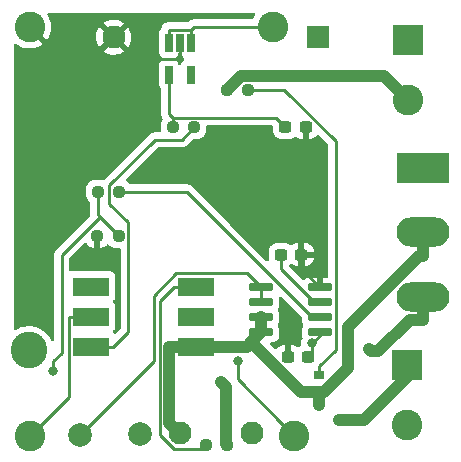
<source format=gbl>
G04 #@! TF.GenerationSoftware,KiCad,Pcbnew,6.0.5-a6ca702e91~116~ubuntu20.04.1*
G04 #@! TF.CreationDate,2022-06-20T16:09:36+05:30*
G04 #@! TF.ProjectId,BackEnd_HeavyDevice_v6,4261636b-456e-4645-9f48-656176794465,rev?*
G04 #@! TF.SameCoordinates,Original*
G04 #@! TF.FileFunction,Copper,L2,Bot*
G04 #@! TF.FilePolarity,Positive*
%FSLAX46Y46*%
G04 Gerber Fmt 4.6, Leading zero omitted, Abs format (unit mm)*
G04 Created by KiCad (PCBNEW 6.0.5-a6ca702e91~116~ubuntu20.04.1) date 2022-06-20 16:09:36*
%MOMM*%
%LPD*%
G01*
G04 APERTURE LIST*
G04 Aperture macros list*
%AMRoundRect*
0 Rectangle with rounded corners*
0 $1 Rounding radius*
0 $2 $3 $4 $5 $6 $7 $8 $9 X,Y pos of 4 corners*
0 Add a 4 corners polygon primitive as box body*
4,1,4,$2,$3,$4,$5,$6,$7,$8,$9,$2,$3,0*
0 Add four circle primitives for the rounded corners*
1,1,$1+$1,$2,$3*
1,1,$1+$1,$4,$5*
1,1,$1+$1,$6,$7*
1,1,$1+$1,$8,$9*
0 Add four rect primitives between the rounded corners*
20,1,$1+$1,$2,$3,$4,$5,0*
20,1,$1+$1,$4,$5,$6,$7,0*
20,1,$1+$1,$6,$7,$8,$9,0*
20,1,$1+$1,$8,$9,$2,$3,0*%
G04 Aperture macros list end*
G04 #@! TA.AperFunction,ComponentPad*
%ADD10R,4.500000X2.500000*%
G04 #@! TD*
G04 #@! TA.AperFunction,ComponentPad*
%ADD11O,4.500000X2.500000*%
G04 #@! TD*
G04 #@! TA.AperFunction,ComponentPad*
%ADD12C,1.950000*%
G04 #@! TD*
G04 #@! TA.AperFunction,ComponentPad*
%ADD13R,1.950000X1.950000*%
G04 #@! TD*
G04 #@! TA.AperFunction,ComponentPad*
%ADD14R,2.600000X2.600000*%
G04 #@! TD*
G04 #@! TA.AperFunction,ComponentPad*
%ADD15C,2.600000*%
G04 #@! TD*
G04 #@! TA.AperFunction,ComponentPad*
%ADD16C,3.100000*%
G04 #@! TD*
G04 #@! TA.AperFunction,SMDPad,CuDef*
%ADD17RoundRect,0.237500X0.300000X0.237500X-0.300000X0.237500X-0.300000X-0.237500X0.300000X-0.237500X0*%
G04 #@! TD*
G04 #@! TA.AperFunction,SMDPad,CuDef*
%ADD18R,0.900000X0.800000*%
G04 #@! TD*
G04 #@! TA.AperFunction,ComponentPad*
%ADD19C,2.000000*%
G04 #@! TD*
G04 #@! TA.AperFunction,SMDPad,CuDef*
%ADD20RoundRect,0.237500X0.250000X0.237500X-0.250000X0.237500X-0.250000X-0.237500X0.250000X-0.237500X0*%
G04 #@! TD*
G04 #@! TA.AperFunction,SMDPad,CuDef*
%ADD21R,0.650000X1.560000*%
G04 #@! TD*
G04 #@! TA.AperFunction,SMDPad,CuDef*
%ADD22R,3.100000X1.600000*%
G04 #@! TD*
G04 #@! TA.AperFunction,SMDPad,CuDef*
%ADD23RoundRect,0.237500X-0.250000X-0.237500X0.250000X-0.237500X0.250000X0.237500X-0.250000X0.237500X0*%
G04 #@! TD*
G04 #@! TA.AperFunction,SMDPad,CuDef*
%ADD24RoundRect,0.042000X-0.943000X-0.258000X0.943000X-0.258000X0.943000X0.258000X-0.943000X0.258000X0*%
G04 #@! TD*
G04 #@! TA.AperFunction,ViaPad*
%ADD25C,1.000000*%
G04 #@! TD*
G04 #@! TA.AperFunction,ViaPad*
%ADD26C,0.800000*%
G04 #@! TD*
G04 #@! TA.AperFunction,Conductor*
%ADD27C,1.000000*%
G04 #@! TD*
G04 #@! TA.AperFunction,Conductor*
%ADD28C,0.250000*%
G04 #@! TD*
G04 APERTURE END LIST*
D10*
X147925000Y-110750000D03*
D11*
X147925000Y-116200000D03*
X147925000Y-121650000D03*
D12*
X133383000Y-133195000D03*
X127287000Y-133195000D03*
X121699000Y-99667000D03*
D13*
X138971000Y-99667000D03*
D14*
X146497000Y-127460000D03*
D15*
X146497000Y-132460000D03*
D14*
X146576000Y-99860100D03*
D15*
X146576000Y-104940100D03*
D16*
X114554000Y-126187000D03*
D15*
X137000000Y-133400000D03*
X114600000Y-133400000D03*
X135200000Y-98800000D03*
X114600000Y-98800000D03*
D17*
X137962500Y-107300000D03*
X136237500Y-107300000D03*
D18*
X139100000Y-130770000D03*
X139100000Y-128230000D03*
D19*
X123940000Y-133300000D03*
X118860000Y-133310000D03*
D20*
X133112500Y-104100000D03*
X131287500Y-104100000D03*
X128512500Y-107300000D03*
X126687500Y-107300000D03*
X131312500Y-134200000D03*
X129487500Y-134200000D03*
D21*
X126357000Y-100124000D03*
X127307000Y-100124000D03*
X128257000Y-100124000D03*
X128257000Y-102824000D03*
X126357000Y-102824000D03*
D22*
X119776000Y-125862000D03*
X119776000Y-123322000D03*
X119776000Y-120782000D03*
X128666000Y-120782000D03*
X128666000Y-123322000D03*
X128666000Y-125862000D03*
D23*
X120287500Y-116500000D03*
X122112500Y-116500000D03*
X120342500Y-112751000D03*
X122167500Y-112751000D03*
D24*
X134200000Y-124645000D03*
X134200000Y-123375000D03*
X134200000Y-122105000D03*
X134200000Y-120835000D03*
X139150000Y-120835000D03*
X139150000Y-122105000D03*
X139150000Y-123375000D03*
X139150000Y-124645000D03*
D17*
X138162500Y-126700000D03*
X136437500Y-126700000D03*
X137588500Y-118074000D03*
X135863500Y-118074000D03*
D25*
X140800000Y-132100000D03*
X130800000Y-128900000D03*
D26*
X143300000Y-126100000D03*
X132200000Y-127100000D03*
X116600000Y-127900000D03*
X138494400Y-125584600D03*
X120400000Y-118200000D03*
X136700000Y-123900000D03*
X137700000Y-119600000D03*
D27*
X130800000Y-128900000D02*
X131200000Y-129300000D01*
X131200000Y-129300000D02*
X131200000Y-134087500D01*
X131200000Y-134087500D02*
X131312500Y-134200000D01*
X146759600Y-123600300D02*
X147925000Y-123600300D01*
X147925000Y-123600300D02*
X147925000Y-121650000D01*
X143300000Y-126100000D02*
X143444500Y-126244500D01*
X143444500Y-126244500D02*
X144115400Y-126244500D01*
X144115400Y-126244500D02*
X146759600Y-123600300D01*
X140800000Y-132100000D02*
X142869578Y-132100000D01*
X142869578Y-132100000D02*
X146497000Y-128472578D01*
X146497000Y-128472578D02*
X146497000Y-127460000D01*
D28*
X132200000Y-128600000D02*
X137000000Y-133400000D01*
X132200000Y-127100000D02*
X132200000Y-128600000D01*
X117296600Y-118107800D02*
X117296600Y-126396600D01*
X116600000Y-127900000D02*
X116600000Y-127093200D01*
X116600000Y-127093200D02*
X117296600Y-126396600D01*
X128257000Y-100124000D02*
X128257000Y-99131300D01*
X138494400Y-125584600D02*
X138494400Y-126368100D01*
X128257000Y-99131300D02*
X128257000Y-99018700D01*
X139150000Y-124929000D02*
X138494400Y-125584600D01*
X135200000Y-98800000D02*
X128475700Y-98800000D01*
X128475700Y-98800000D02*
X128257000Y-99018700D01*
X138494400Y-126368100D02*
X138162500Y-126700000D01*
X139150000Y-124645000D02*
X139150000Y-124929000D01*
X126357000Y-100124000D02*
X126357000Y-99018700D01*
X128257000Y-99018700D02*
X126357000Y-99018700D01*
X120287500Y-116500000D02*
X120287500Y-118087500D01*
X136437500Y-126700000D02*
X136437500Y-124162500D01*
X126961000Y-101500000D02*
X122800000Y-101500000D01*
X122800000Y-100768000D02*
X121699000Y-99667000D01*
X136437500Y-124162500D02*
X136700000Y-123900000D01*
X137915000Y-119600000D02*
X139150000Y-120835000D01*
X120287500Y-118087500D02*
X120400000Y-118200000D01*
X127307000Y-101154000D02*
X126961000Y-101500000D01*
X137700000Y-119600000D02*
X137915000Y-119600000D01*
X137700000Y-119600000D02*
X137700000Y-118185500D01*
X137700000Y-118185500D02*
X137588500Y-118074000D01*
X122800000Y-101500000D02*
X122800000Y-100768000D01*
X127307000Y-100124000D02*
X127307000Y-101154000D01*
X135433800Y-106496300D02*
X136237500Y-107300000D01*
X126357000Y-102824000D02*
X126357000Y-106165800D01*
X126687500Y-106496300D02*
X126687500Y-107300000D01*
X126357000Y-106165800D02*
X126687500Y-106496300D01*
X126687500Y-106496300D02*
X135433800Y-106496300D01*
D27*
X144546200Y-102910300D02*
X146576000Y-104940100D01*
X132477200Y-102910300D02*
X144546200Y-102910300D01*
X131287500Y-104100000D02*
X132477200Y-102910300D01*
D28*
X125084400Y-127085600D02*
X125084400Y-121536700D01*
X118860000Y-133310000D02*
X125084400Y-127085600D01*
X125084400Y-121536700D02*
X126964500Y-119656600D01*
X126964500Y-119656600D02*
X133021600Y-119656600D01*
X134200000Y-120835000D02*
X134200000Y-122105000D01*
X133021600Y-119656600D02*
X134200000Y-120835000D01*
X117900700Y-130099300D02*
X114600000Y-133400000D01*
X117900700Y-123322000D02*
X117900700Y-130099300D01*
X119776000Y-123322000D02*
X117900700Y-123322000D01*
D27*
X128666000Y-125862000D02*
X126415700Y-125862000D01*
X133358600Y-125486400D02*
X137541900Y-129669700D01*
X134200000Y-123375000D02*
X134200000Y-124645000D01*
X139100000Y-129669700D02*
X139512600Y-129669700D01*
X139512600Y-129669700D02*
X141506100Y-127676200D01*
X137541900Y-129669700D02*
X139100000Y-129669700D01*
X139100000Y-130770000D02*
X139100000Y-129669700D01*
X141506100Y-127676200D02*
X141506100Y-124230200D01*
X126415700Y-132323700D02*
X127287000Y-133195000D01*
X133358600Y-125486400D02*
X132983000Y-125862000D01*
X134200000Y-124645000D02*
X133358600Y-125486400D01*
X147586000Y-118150300D02*
X147925000Y-118150300D01*
X126415700Y-125862000D02*
X126415700Y-132323700D01*
X132983000Y-125862000D02*
X128666000Y-125862000D01*
X141506100Y-124230200D02*
X147586000Y-118150300D01*
X147925000Y-116200000D02*
X147925000Y-118150300D01*
D28*
X136129600Y-104100000D02*
X140490400Y-108460800D01*
X133112500Y-104100000D02*
X136129600Y-104100000D01*
X139100000Y-128230000D02*
X139100000Y-127504700D01*
X140490400Y-126114300D02*
X139100000Y-127504700D01*
X140490400Y-108460800D02*
X140490400Y-126114300D01*
X129173000Y-134514500D02*
X129487500Y-134200000D01*
X125590300Y-121982400D02*
X125590300Y-133340800D01*
X126790700Y-120782000D02*
X125590300Y-121982400D01*
X126764000Y-134514500D02*
X129173000Y-134514500D01*
X125590300Y-133340800D02*
X126764000Y-134514500D01*
X128666000Y-120782000D02*
X126790700Y-120782000D01*
X121342300Y-113750500D02*
X121342300Y-112206800D01*
X125191400Y-108357700D02*
X127454800Y-108357700D01*
X121651300Y-125862000D02*
X122927800Y-124585500D01*
X119776000Y-125862000D02*
X121651300Y-125862000D01*
X122927800Y-115336000D02*
X121342300Y-113750500D01*
X127454800Y-108357700D02*
X128512500Y-107300000D01*
X122927800Y-124585500D02*
X122927800Y-115336000D01*
X121342300Y-112206800D02*
X125191400Y-108357700D01*
X120508500Y-114895900D02*
X122112500Y-116500000D01*
X135477400Y-131877400D02*
X137000000Y-133400000D01*
X120342500Y-112751000D02*
X120342500Y-114730000D01*
X120508500Y-114895900D02*
X117296600Y-118107800D01*
X120342500Y-114730000D02*
X120508500Y-114895900D01*
X122167500Y-112751000D02*
X127886300Y-112751000D01*
X127886300Y-112751000D02*
X138510300Y-123375000D01*
X138510300Y-123375000D02*
X139150000Y-123375000D01*
X135863500Y-119276200D02*
X135863500Y-118074000D01*
X138692300Y-122105000D02*
X135863500Y-119276200D01*
X139150000Y-122105000D02*
X138692300Y-122105000D01*
G04 #@! TA.AperFunction,Conductor*
G36*
X135884695Y-121648568D02*
G01*
X135903316Y-121663921D01*
X137619595Y-123380200D01*
X137653621Y-123442512D01*
X137656500Y-123469295D01*
X137656500Y-123675772D01*
X137667364Y-123765547D01*
X137670344Y-123773075D01*
X137670345Y-123773077D01*
X137683960Y-123807463D01*
X137722887Y-123905783D01*
X137728079Y-123912623D01*
X137744169Y-123933821D01*
X137769422Y-124000174D01*
X137754794Y-124069647D01*
X137744169Y-124086179D01*
X137722887Y-124114217D01*
X137702101Y-124166717D01*
X137670754Y-124245892D01*
X137667364Y-124254453D01*
X137656500Y-124344228D01*
X137656500Y-124945772D01*
X137667364Y-125035547D01*
X137683582Y-125076510D01*
X137690061Y-125147209D01*
X137675551Y-125185889D01*
X137659873Y-125213044D01*
X137600858Y-125394672D01*
X137600168Y-125401233D01*
X137600168Y-125401235D01*
X137591217Y-125486400D01*
X137580896Y-125584600D01*
X137581586Y-125591165D01*
X137589881Y-125670088D01*
X137577109Y-125739926D01*
X137530874Y-125790402D01*
X137520634Y-125796739D01*
X137395969Y-125873884D01*
X137390797Y-125879065D01*
X137388727Y-125881139D01*
X137386962Y-125882105D01*
X137385059Y-125883613D01*
X137384801Y-125883287D01*
X137326446Y-125915219D01*
X137255625Y-125910218D01*
X137210530Y-125881292D01*
X137207869Y-125878636D01*
X137196460Y-125869625D01*
X137060937Y-125786088D01*
X137047759Y-125779944D01*
X136896234Y-125729685D01*
X136882868Y-125726819D01*
X136790230Y-125717328D01*
X136783815Y-125717000D01*
X136709615Y-125717000D01*
X136694376Y-125721475D01*
X136693171Y-125722865D01*
X136691500Y-125730548D01*
X136691500Y-126828000D01*
X136671498Y-126896121D01*
X136617842Y-126942614D01*
X136565500Y-126954000D01*
X136309500Y-126954000D01*
X136241379Y-126933998D01*
X136194886Y-126880342D01*
X136183500Y-126828000D01*
X136183500Y-125735115D01*
X136179025Y-125719876D01*
X136177635Y-125718671D01*
X136169952Y-125717000D01*
X136091234Y-125717000D01*
X136084718Y-125717337D01*
X135990868Y-125727075D01*
X135977472Y-125729968D01*
X135826047Y-125780488D01*
X135812885Y-125786653D01*
X135677508Y-125870426D01*
X135666110Y-125879460D01*
X135553637Y-125992129D01*
X135544626Y-126003539D01*
X135535732Y-126017967D01*
X135482959Y-126065459D01*
X135412887Y-126076881D01*
X135347764Y-126048607D01*
X135339378Y-126040944D01*
X134967029Y-125668595D01*
X134933003Y-125606283D01*
X134938068Y-125535468D01*
X134980615Y-125478632D01*
X135047135Y-125453821D01*
X135056124Y-125453500D01*
X135185772Y-125453500D01*
X135275547Y-125442636D01*
X135283075Y-125439656D01*
X135283077Y-125439655D01*
X135352168Y-125412300D01*
X135415783Y-125387113D01*
X135535922Y-125295922D01*
X135627113Y-125175783D01*
X135655273Y-125104659D01*
X135679655Y-125043077D01*
X135679656Y-125043074D01*
X135682636Y-125035547D01*
X135693500Y-124945772D01*
X135693500Y-124344228D01*
X135682636Y-124254453D01*
X135679247Y-124245892D01*
X135647899Y-124166717D01*
X135627113Y-124114217D01*
X135605831Y-124086179D01*
X135580578Y-124019826D01*
X135595206Y-123950353D01*
X135605831Y-123933821D01*
X135621921Y-123912623D01*
X135627113Y-123905783D01*
X135666040Y-123807463D01*
X135679655Y-123773077D01*
X135679656Y-123773075D01*
X135682636Y-123765547D01*
X135693500Y-123675772D01*
X135693500Y-123074228D01*
X135682636Y-122984453D01*
X135671306Y-122955835D01*
X135645622Y-122890965D01*
X135627113Y-122844217D01*
X135605831Y-122816179D01*
X135580578Y-122749826D01*
X135595206Y-122680353D01*
X135605831Y-122663821D01*
X135621921Y-122642623D01*
X135627113Y-122635783D01*
X135682636Y-122495547D01*
X135693500Y-122405772D01*
X135693500Y-121804228D01*
X135693045Y-121800463D01*
X135692404Y-121795170D01*
X135689134Y-121768153D01*
X135700806Y-121698124D01*
X135748487Y-121645522D01*
X135817038Y-121627047D01*
X135884695Y-121648568D01*
G37*
G04 #@! TD.AperFunction*
G04 #@! TA.AperFunction,Conductor*
G36*
X125769638Y-97606118D02*
G01*
X133577151Y-97619579D01*
X133645237Y-97639699D01*
X133691638Y-97693434D01*
X133701620Y-97763726D01*
X133684654Y-97810943D01*
X133584096Y-97976656D01*
X133582287Y-97980970D01*
X133582285Y-97980974D01*
X133536892Y-98089225D01*
X133492103Y-98144312D01*
X133420695Y-98166500D01*
X128554468Y-98166500D01*
X128543285Y-98165973D01*
X128535792Y-98164298D01*
X128527866Y-98164547D01*
X128527865Y-98164547D01*
X128467702Y-98166438D01*
X128463744Y-98166500D01*
X128435844Y-98166500D01*
X128431854Y-98167004D01*
X128420020Y-98167936D01*
X128375811Y-98169326D01*
X128368195Y-98171539D01*
X128368193Y-98171539D01*
X128356352Y-98174979D01*
X128336993Y-98178988D01*
X128335683Y-98179154D01*
X128316903Y-98181526D01*
X128309537Y-98184442D01*
X128309531Y-98184444D01*
X128275798Y-98197800D01*
X128264568Y-98201645D01*
X128256397Y-98204019D01*
X128222107Y-98213981D01*
X128215284Y-98218016D01*
X128204666Y-98224295D01*
X128186913Y-98232992D01*
X128179268Y-98236019D01*
X128168083Y-98240448D01*
X128161668Y-98245109D01*
X128132312Y-98266437D01*
X128122395Y-98272951D01*
X128084338Y-98295458D01*
X128070014Y-98309782D01*
X128054987Y-98322617D01*
X128038593Y-98334528D01*
X128033541Y-98340635D01*
X128027758Y-98346065D01*
X128026597Y-98344829D01*
X127975637Y-98379252D01*
X127937382Y-98385200D01*
X126428793Y-98385200D01*
X126405184Y-98382968D01*
X126404881Y-98382910D01*
X126404877Y-98382910D01*
X126397094Y-98381425D01*
X126341049Y-98384951D01*
X126333138Y-98385200D01*
X126317144Y-98385200D01*
X126301270Y-98387206D01*
X126293410Y-98387948D01*
X126265951Y-98389676D01*
X126245263Y-98390977D01*
X126245262Y-98390977D01*
X126237350Y-98391475D01*
X126229809Y-98393925D01*
X126229513Y-98394021D01*
X126206369Y-98399194D01*
X126206065Y-98399232D01*
X126206060Y-98399233D01*
X126198203Y-98400226D01*
X126190838Y-98403142D01*
X126190834Y-98403143D01*
X126145989Y-98420899D01*
X126138570Y-98423571D01*
X126085125Y-98440936D01*
X126078429Y-98445186D01*
X126078428Y-98445186D01*
X126078169Y-98445350D01*
X126057042Y-98456115D01*
X126056754Y-98456229D01*
X126056749Y-98456232D01*
X126049383Y-98459148D01*
X126042975Y-98463804D01*
X126042969Y-98463807D01*
X126003948Y-98492158D01*
X125997411Y-98496601D01*
X125949982Y-98526700D01*
X125944556Y-98532478D01*
X125944555Y-98532479D01*
X125944341Y-98532707D01*
X125926554Y-98548388D01*
X125926309Y-98548566D01*
X125926307Y-98548568D01*
X125919893Y-98553228D01*
X125914839Y-98559337D01*
X125914838Y-98559338D01*
X125884097Y-98596496D01*
X125878866Y-98602430D01*
X125845842Y-98637598D01*
X125845840Y-98637601D01*
X125840414Y-98643379D01*
X125836445Y-98650599D01*
X125823119Y-98670206D01*
X125822920Y-98670446D01*
X125822916Y-98670453D01*
X125817867Y-98676556D01*
X125814493Y-98683727D01*
X125793953Y-98727376D01*
X125790371Y-98734408D01*
X125763305Y-98783640D01*
X125761335Y-98791315D01*
X125761332Y-98791321D01*
X125761256Y-98791619D01*
X125753224Y-98813928D01*
X125753094Y-98814203D01*
X125753091Y-98814211D01*
X125749717Y-98821382D01*
X125748231Y-98829174D01*
X125739195Y-98876543D01*
X125737471Y-98884258D01*
X125734735Y-98894915D01*
X125734193Y-98897026D01*
X125697878Y-98958032D01*
X125687721Y-98966513D01*
X125668739Y-98980739D01*
X125581385Y-99097295D01*
X125530255Y-99233684D01*
X125523500Y-99295866D01*
X125523500Y-100952134D01*
X125530255Y-101014316D01*
X125581385Y-101150705D01*
X125668739Y-101267261D01*
X125785295Y-101354615D01*
X125793703Y-101357767D01*
X125801575Y-101362077D01*
X125800272Y-101364457D01*
X125845804Y-101398664D01*
X125870501Y-101465227D01*
X125855291Y-101534575D01*
X125805003Y-101584691D01*
X125797903Y-101587933D01*
X125793701Y-101590234D01*
X125785295Y-101593385D01*
X125668739Y-101680739D01*
X125581385Y-101797295D01*
X125530255Y-101933684D01*
X125523500Y-101995866D01*
X125523500Y-103652134D01*
X125530255Y-103714316D01*
X125581385Y-103850705D01*
X125668739Y-103967261D01*
X125675919Y-103972642D01*
X125682269Y-103978992D01*
X125680634Y-103980627D01*
X125715579Y-104027359D01*
X125723500Y-104071329D01*
X125723500Y-106087033D01*
X125722973Y-106098216D01*
X125721298Y-106105709D01*
X125721547Y-106113635D01*
X125721547Y-106113636D01*
X125723438Y-106173786D01*
X125723500Y-106177745D01*
X125723500Y-106205656D01*
X125723997Y-106209590D01*
X125723997Y-106209591D01*
X125724005Y-106209656D01*
X125724938Y-106221493D01*
X125726327Y-106265689D01*
X125731978Y-106285139D01*
X125735987Y-106304500D01*
X125738526Y-106324597D01*
X125741445Y-106331968D01*
X125741445Y-106331970D01*
X125754804Y-106365712D01*
X125758649Y-106376942D01*
X125766595Y-106404292D01*
X125770982Y-106419393D01*
X125775015Y-106426212D01*
X125775017Y-106426217D01*
X125781293Y-106436828D01*
X125789988Y-106454576D01*
X125797448Y-106473417D01*
X125802109Y-106479833D01*
X125802111Y-106479836D01*
X125816420Y-106499530D01*
X125840278Y-106566398D01*
X125821744Y-106639707D01*
X125770215Y-106723303D01*
X125756791Y-106745080D01*
X125702026Y-106910191D01*
X125691500Y-107012928D01*
X125691500Y-107587072D01*
X125691837Y-107590322D01*
X125691908Y-107591687D01*
X125675454Y-107660750D01*
X125624273Y-107709955D01*
X125566076Y-107724200D01*
X125270163Y-107724200D01*
X125258979Y-107723673D01*
X125251491Y-107721999D01*
X125243568Y-107722248D01*
X125183433Y-107724138D01*
X125179475Y-107724200D01*
X125151544Y-107724200D01*
X125147629Y-107724695D01*
X125147625Y-107724695D01*
X125147567Y-107724703D01*
X125147538Y-107724706D01*
X125135696Y-107725639D01*
X125091510Y-107727027D01*
X125074144Y-107732072D01*
X125072058Y-107732678D01*
X125052706Y-107736686D01*
X125040468Y-107738232D01*
X125040466Y-107738233D01*
X125032603Y-107739226D01*
X124991486Y-107755506D01*
X124980285Y-107759341D01*
X124937806Y-107771682D01*
X124930987Y-107775715D01*
X124930982Y-107775717D01*
X124920371Y-107781993D01*
X124902621Y-107790690D01*
X124883783Y-107798148D01*
X124877367Y-107802809D01*
X124877366Y-107802810D01*
X124848025Y-107824128D01*
X124838101Y-107830647D01*
X124806860Y-107849122D01*
X124806855Y-107849126D01*
X124800037Y-107853158D01*
X124785713Y-107867482D01*
X124770681Y-107880321D01*
X124754293Y-107892228D01*
X124726112Y-107926293D01*
X124718122Y-107935073D01*
X120950047Y-111703148D01*
X120941761Y-111710688D01*
X120935282Y-111714800D01*
X120899881Y-111752499D01*
X120838670Y-111788464D01*
X120768362Y-111785838D01*
X120751345Y-111780193D01*
X120751337Y-111780191D01*
X120744809Y-111778026D01*
X120642072Y-111767500D01*
X120042928Y-111767500D01*
X120039682Y-111767837D01*
X120039678Y-111767837D01*
X119945765Y-111777581D01*
X119945761Y-111777582D01*
X119938907Y-111778293D01*
X119932371Y-111780474D01*
X119932369Y-111780474D01*
X119799605Y-111824768D01*
X119773893Y-111833346D01*
X119625969Y-111924884D01*
X119620796Y-111930066D01*
X119508242Y-112042816D01*
X119508238Y-112042821D01*
X119503071Y-112047997D01*
X119499231Y-112054227D01*
X119499230Y-112054228D01*
X119419345Y-112183826D01*
X119411791Y-112196080D01*
X119357026Y-112361191D01*
X119356326Y-112368027D01*
X119356325Y-112368030D01*
X119351049Y-112419526D01*
X119346500Y-112463928D01*
X119346500Y-113038072D01*
X119357293Y-113142093D01*
X119412346Y-113307107D01*
X119503884Y-113455031D01*
X119626997Y-113577929D01*
X119633224Y-113581767D01*
X119633226Y-113581769D01*
X119649116Y-113591564D01*
X119696609Y-113644336D01*
X119709000Y-113698824D01*
X119709000Y-114651206D01*
X119708467Y-114662543D01*
X119706780Y-114670100D01*
X119707031Y-114678017D01*
X119707031Y-114678019D01*
X119708937Y-114738068D01*
X119709000Y-114742065D01*
X119709000Y-114747305D01*
X119688998Y-114815426D01*
X119672095Y-114836400D01*
X116904347Y-117604148D01*
X116896061Y-117611688D01*
X116889582Y-117615800D01*
X116884157Y-117621577D01*
X116842957Y-117665451D01*
X116840202Y-117668293D01*
X116820465Y-117688030D01*
X116817985Y-117691227D01*
X116810282Y-117700247D01*
X116780014Y-117732479D01*
X116776195Y-117739425D01*
X116776193Y-117739428D01*
X116770252Y-117750234D01*
X116759401Y-117766753D01*
X116746986Y-117782759D01*
X116743841Y-117790028D01*
X116743838Y-117790032D01*
X116729426Y-117823337D01*
X116724209Y-117833987D01*
X116702905Y-117872740D01*
X116700934Y-117880415D01*
X116700934Y-117880416D01*
X116697867Y-117892362D01*
X116691463Y-117911066D01*
X116683419Y-117929655D01*
X116682180Y-117937478D01*
X116682177Y-117937488D01*
X116676501Y-117973324D01*
X116674095Y-117984944D01*
X116663100Y-118027770D01*
X116663100Y-118048024D01*
X116661549Y-118067734D01*
X116658380Y-118087743D01*
X116659126Y-118095635D01*
X116662541Y-118131761D01*
X116663100Y-118143619D01*
X116663100Y-125266220D01*
X116643098Y-125334341D01*
X116589442Y-125380834D01*
X116519168Y-125390938D01*
X116454588Y-125361444D01*
X116425134Y-125324010D01*
X116320847Y-125121957D01*
X116320847Y-125121956D01*
X116318882Y-125118150D01*
X116309401Y-125104659D01*
X116208309Y-124960821D01*
X116157493Y-124888517D01*
X116038971Y-124760972D01*
X115969354Y-124686055D01*
X115969351Y-124686052D01*
X115966433Y-124682912D01*
X115749237Y-124505139D01*
X115509923Y-124358487D01*
X115487348Y-124348577D01*
X115256853Y-124247397D01*
X115252921Y-124245671D01*
X115233519Y-124240144D01*
X115010445Y-124176600D01*
X114982986Y-124168778D01*
X114777217Y-124139493D01*
X114709365Y-124129836D01*
X114709363Y-124129836D01*
X114705113Y-124129231D01*
X114700824Y-124129209D01*
X114700817Y-124129208D01*
X114428730Y-124127783D01*
X114428723Y-124127783D01*
X114424444Y-124127761D01*
X114420199Y-124128320D01*
X114420197Y-124128320D01*
X114356813Y-124136665D01*
X114146172Y-124164397D01*
X113875446Y-124238459D01*
X113617277Y-124348577D01*
X113558414Y-124383806D01*
X113470290Y-124436547D01*
X113401566Y-124454367D01*
X113334118Y-124432203D01*
X113289360Y-124377092D01*
X113279584Y-124328476D01*
X113271533Y-101978867D01*
X113271138Y-100883624D01*
X120847621Y-100883624D01*
X120851988Y-100889774D01*
X121051563Y-101006397D01*
X121060846Y-101010844D01*
X121279007Y-101094152D01*
X121288905Y-101097028D01*
X121517744Y-101143585D01*
X121527972Y-101144804D01*
X121761340Y-101153362D01*
X121771626Y-101152895D01*
X122003262Y-101123222D01*
X122013340Y-101121080D01*
X122237014Y-101053974D01*
X122246612Y-101050212D01*
X122456324Y-100947476D01*
X122465169Y-100942203D01*
X122537869Y-100890347D01*
X122546270Y-100879646D01*
X122539283Y-100866493D01*
X121711812Y-100039022D01*
X121697868Y-100031408D01*
X121696035Y-100031539D01*
X121689420Y-100035790D01*
X120854881Y-100870329D01*
X120847621Y-100883624D01*
X113271138Y-100883624D01*
X113270934Y-100316206D01*
X113290912Y-100248078D01*
X113344550Y-100201566D01*
X113414821Y-100191437D01*
X113471439Y-100214549D01*
X113635452Y-100334809D01*
X113643351Y-100339745D01*
X113872905Y-100460519D01*
X113881454Y-100464236D01*
X114126327Y-100549749D01*
X114135336Y-100552163D01*
X114390166Y-100600544D01*
X114399423Y-100601598D01*
X114658607Y-100611783D01*
X114667921Y-100611457D01*
X114925753Y-100583220D01*
X114934930Y-100581519D01*
X115185758Y-100515481D01*
X115194574Y-100512445D01*
X115432880Y-100410062D01*
X115441167Y-100405748D01*
X115661718Y-100269266D01*
X115669268Y-100263780D01*
X115674559Y-100259301D01*
X115682997Y-100246497D01*
X115676935Y-100236145D01*
X114329885Y-98889095D01*
X114295859Y-98826783D01*
X114300924Y-98755968D01*
X114329885Y-98710905D01*
X114510905Y-98529885D01*
X114573217Y-98495859D01*
X114644032Y-98500924D01*
X114689095Y-98529885D01*
X116036094Y-99876884D01*
X116048474Y-99883644D01*
X116056815Y-99877400D01*
X116190832Y-99669048D01*
X116195275Y-99660864D01*
X116206566Y-99635799D01*
X120211658Y-99635799D01*
X120225102Y-99868942D01*
X120226535Y-99879144D01*
X120277873Y-100106949D01*
X120280956Y-100116789D01*
X120368814Y-100333156D01*
X120373457Y-100342347D01*
X120474555Y-100507325D01*
X120485011Y-100516785D01*
X120493789Y-100513001D01*
X121326978Y-99679812D01*
X121333356Y-99668132D01*
X122063408Y-99668132D01*
X122063539Y-99669965D01*
X122067790Y-99676580D01*
X122899045Y-100507835D01*
X122911055Y-100514394D01*
X122922794Y-100505426D01*
X122971518Y-100437619D01*
X122976829Y-100428780D01*
X123080291Y-100219442D01*
X123084089Y-100209849D01*
X123151974Y-99986413D01*
X123154151Y-99976343D01*
X123184869Y-99743015D01*
X123185388Y-99736340D01*
X123187001Y-99670364D01*
X123186807Y-99663647D01*
X123167525Y-99429108D01*
X123165842Y-99418946D01*
X123108952Y-99192453D01*
X123105634Y-99182706D01*
X123012513Y-98968542D01*
X123007646Y-98959467D01*
X122922465Y-98827796D01*
X122911779Y-98818593D01*
X122902214Y-98822996D01*
X122071022Y-99654188D01*
X122063408Y-99668132D01*
X121333356Y-99668132D01*
X121334592Y-99665868D01*
X121334461Y-99664035D01*
X121330210Y-99657420D01*
X120498892Y-98826102D01*
X120487356Y-98819802D01*
X120475073Y-98829426D01*
X120408036Y-98927698D01*
X120402943Y-98936662D01*
X120304619Y-99148483D01*
X120301062Y-99158151D01*
X120238657Y-99383178D01*
X120236726Y-99393298D01*
X120211910Y-99625510D01*
X120211658Y-99635799D01*
X116206566Y-99635799D01*
X116301807Y-99424370D01*
X116304997Y-99415605D01*
X116375402Y-99165972D01*
X116377262Y-99156830D01*
X116410187Y-98898019D01*
X116410668Y-98891733D01*
X116412987Y-98803160D01*
X116412836Y-98796851D01*
X116393501Y-98536663D01*
X116392125Y-98527457D01*
X116375535Y-98454142D01*
X120850938Y-98454142D01*
X120857684Y-98466474D01*
X121686188Y-99294978D01*
X121700132Y-99302592D01*
X121701965Y-99302461D01*
X121708580Y-99298210D01*
X122541391Y-98465399D01*
X122548412Y-98452543D01*
X122540639Y-98441875D01*
X122526548Y-98430746D01*
X122517970Y-98425047D01*
X122313526Y-98312189D01*
X122304126Y-98307964D01*
X122083993Y-98230011D01*
X122074036Y-98227381D01*
X121844129Y-98186427D01*
X121833878Y-98185458D01*
X121600367Y-98182605D01*
X121590083Y-98183325D01*
X121359253Y-98218647D01*
X121349225Y-98221036D01*
X121127263Y-98293584D01*
X121117753Y-98297581D01*
X120910624Y-98405405D01*
X120901904Y-98410897D01*
X120859391Y-98442817D01*
X120850938Y-98454142D01*
X116375535Y-98454142D01*
X116334878Y-98274467D01*
X116332154Y-98265556D01*
X116238143Y-98023806D01*
X116234132Y-98015397D01*
X116105424Y-97790204D01*
X116102646Y-97786086D01*
X116081138Y-97718426D01*
X116099624Y-97649878D01*
X116152235Y-97602207D01*
X116207323Y-97589631D01*
X125769638Y-97606118D01*
G37*
G04 #@! TD.AperFunction*
G04 #@! TA.AperFunction,Conductor*
G36*
X120483621Y-116266002D02*
G01*
X120530114Y-116319658D01*
X120541500Y-116372000D01*
X120541500Y-117464885D01*
X120545975Y-117480124D01*
X120547365Y-117481329D01*
X120555048Y-117483000D01*
X120583766Y-117483000D01*
X120590282Y-117482663D01*
X120684132Y-117472925D01*
X120697528Y-117470032D01*
X120848953Y-117419512D01*
X120862115Y-117413347D01*
X120997492Y-117329574D01*
X121008890Y-117320540D01*
X121110393Y-117218860D01*
X121172676Y-117184781D01*
X121243496Y-117189784D01*
X121288583Y-117218704D01*
X121396997Y-117326929D01*
X121403227Y-117330769D01*
X121403228Y-117330770D01*
X121478597Y-117377228D01*
X121545080Y-117418209D01*
X121710191Y-117472974D01*
X121717027Y-117473674D01*
X121717030Y-117473675D01*
X121764370Y-117478525D01*
X121812928Y-117483500D01*
X122168300Y-117483500D01*
X122236421Y-117503502D01*
X122282914Y-117557158D01*
X122294300Y-117609500D01*
X122294300Y-124270905D01*
X122274298Y-124339026D01*
X122257395Y-124360001D01*
X121890296Y-124727099D01*
X121827984Y-124761124D01*
X121757168Y-124756059D01*
X121700376Y-124713569D01*
X121694644Y-124705921D01*
X121694642Y-124705919D01*
X121689261Y-124698739D01*
X121681372Y-124692826D01*
X121680845Y-124692122D01*
X121675731Y-124687008D01*
X121676469Y-124686270D01*
X121638857Y-124635969D01*
X121633830Y-124565151D01*
X121667888Y-124502857D01*
X121681367Y-124491177D01*
X121689261Y-124485261D01*
X121776615Y-124368705D01*
X121827745Y-124232316D01*
X121834500Y-124170134D01*
X121834500Y-122473866D01*
X121827745Y-122411684D01*
X121776615Y-122275295D01*
X121689261Y-122158739D01*
X121681372Y-122152826D01*
X121680845Y-122152122D01*
X121675731Y-122147008D01*
X121676469Y-122146270D01*
X121638857Y-122095969D01*
X121633830Y-122025151D01*
X121667888Y-121962857D01*
X121681367Y-121951177D01*
X121689261Y-121945261D01*
X121776615Y-121828705D01*
X121827745Y-121692316D01*
X121834500Y-121630134D01*
X121834500Y-119933866D01*
X121827745Y-119871684D01*
X121776615Y-119735295D01*
X121689261Y-119618739D01*
X121572705Y-119531385D01*
X121436316Y-119480255D01*
X121374134Y-119473500D01*
X118177866Y-119473500D01*
X118115684Y-119480255D01*
X118100330Y-119486011D01*
X118029523Y-119491194D01*
X117967154Y-119457273D01*
X117933024Y-119395018D01*
X117930100Y-119368029D01*
X117930100Y-118422394D01*
X117950102Y-118354273D01*
X117967005Y-118333299D01*
X119201946Y-117098358D01*
X119264258Y-117064332D01*
X119335073Y-117069397D01*
X119391909Y-117111944D01*
X119398186Y-117121151D01*
X119445427Y-117197493D01*
X119454460Y-117208890D01*
X119567129Y-117321363D01*
X119578540Y-117330375D01*
X119714063Y-117413912D01*
X119727241Y-117420056D01*
X119878766Y-117470315D01*
X119892132Y-117473181D01*
X119984770Y-117482672D01*
X119991185Y-117483000D01*
X120015385Y-117483000D01*
X120030624Y-117478525D01*
X120031829Y-117477135D01*
X120033500Y-117469452D01*
X120033500Y-116372000D01*
X120053502Y-116303879D01*
X120107158Y-116257386D01*
X120159500Y-116246000D01*
X120415500Y-116246000D01*
X120483621Y-116266002D01*
G37*
G04 #@! TD.AperFunction*
G04 #@! TA.AperFunction,Conductor*
G36*
X138158621Y-107066002D02*
G01*
X138205114Y-107119658D01*
X138216500Y-107172000D01*
X138216500Y-108264885D01*
X138220975Y-108280124D01*
X138222365Y-108281329D01*
X138230048Y-108283000D01*
X138308766Y-108283000D01*
X138315282Y-108282663D01*
X138409132Y-108272925D01*
X138422528Y-108270032D01*
X138573953Y-108219512D01*
X138587115Y-108213347D01*
X138722492Y-108129574D01*
X138733890Y-108120540D01*
X138846363Y-108007871D01*
X138855377Y-107996457D01*
X138876519Y-107962158D01*
X138929290Y-107914664D01*
X138999362Y-107903240D01*
X139064486Y-107931513D01*
X139072874Y-107939178D01*
X139819995Y-108686299D01*
X139854021Y-108748611D01*
X139856900Y-108775394D01*
X139856900Y-119901000D01*
X139836898Y-119969121D01*
X139783242Y-120015614D01*
X139730900Y-120027000D01*
X139422115Y-120027000D01*
X139406876Y-120031475D01*
X139405671Y-120032865D01*
X139404000Y-120040548D01*
X139404000Y-120963000D01*
X139383998Y-121031121D01*
X139330342Y-121077614D01*
X139278000Y-121089000D01*
X139022000Y-121089000D01*
X138953879Y-121068998D01*
X138907386Y-121015342D01*
X138896000Y-120963000D01*
X138896000Y-120045115D01*
X138891525Y-120029876D01*
X138890135Y-120028671D01*
X138882452Y-120027000D01*
X138168057Y-120027000D01*
X138160502Y-120027456D01*
X138082612Y-120036881D01*
X138067047Y-120040834D01*
X137942451Y-120090165D01*
X137927624Y-120098520D01*
X137818537Y-120181323D01*
X137752183Y-120206577D01*
X137682710Y-120191949D01*
X137653261Y-120170056D01*
X136590141Y-119106936D01*
X136556115Y-119044624D01*
X136561180Y-118973809D01*
X136603727Y-118916973D01*
X136612931Y-118910698D01*
X136616788Y-118908311D01*
X136630031Y-118900116D01*
X136637274Y-118892861D01*
X136639038Y-118891895D01*
X136640941Y-118890387D01*
X136641199Y-118890713D01*
X136699554Y-118858781D01*
X136770375Y-118863782D01*
X136815470Y-118892708D01*
X136818131Y-118895364D01*
X136829540Y-118904375D01*
X136965063Y-118987912D01*
X136978241Y-118994056D01*
X137129766Y-119044315D01*
X137143132Y-119047181D01*
X137235770Y-119056672D01*
X137242185Y-119057000D01*
X137316385Y-119057000D01*
X137331624Y-119052525D01*
X137332829Y-119051135D01*
X137334500Y-119043452D01*
X137334500Y-119038885D01*
X137842500Y-119038885D01*
X137846975Y-119054124D01*
X137848365Y-119055329D01*
X137856048Y-119057000D01*
X137934766Y-119057000D01*
X137941282Y-119056663D01*
X138035132Y-119046925D01*
X138048528Y-119044032D01*
X138199953Y-118993512D01*
X138213115Y-118987347D01*
X138348492Y-118903574D01*
X138359890Y-118894540D01*
X138472363Y-118781871D01*
X138481375Y-118770460D01*
X138564912Y-118634937D01*
X138571056Y-118621759D01*
X138621315Y-118470234D01*
X138624181Y-118456868D01*
X138633672Y-118364230D01*
X138634000Y-118357815D01*
X138634000Y-118346115D01*
X138629525Y-118330876D01*
X138628135Y-118329671D01*
X138620452Y-118328000D01*
X137860615Y-118328000D01*
X137845376Y-118332475D01*
X137844171Y-118333865D01*
X137842500Y-118341548D01*
X137842500Y-119038885D01*
X137334500Y-119038885D01*
X137334500Y-117801885D01*
X137842500Y-117801885D01*
X137846975Y-117817124D01*
X137848365Y-117818329D01*
X137856048Y-117820000D01*
X138615885Y-117820000D01*
X138631124Y-117815525D01*
X138632329Y-117814135D01*
X138634000Y-117806452D01*
X138634000Y-117790234D01*
X138633663Y-117783718D01*
X138623925Y-117689868D01*
X138621032Y-117676472D01*
X138570512Y-117525047D01*
X138564347Y-117511885D01*
X138480574Y-117376508D01*
X138471540Y-117365110D01*
X138358871Y-117252637D01*
X138347460Y-117243625D01*
X138211937Y-117160088D01*
X138198759Y-117153944D01*
X138047234Y-117103685D01*
X138033868Y-117100819D01*
X137941230Y-117091328D01*
X137934815Y-117091000D01*
X137860615Y-117091000D01*
X137845376Y-117095475D01*
X137844171Y-117096865D01*
X137842500Y-117104548D01*
X137842500Y-117801885D01*
X137334500Y-117801885D01*
X137334500Y-117109115D01*
X137330025Y-117093876D01*
X137328635Y-117092671D01*
X137320952Y-117091000D01*
X137242234Y-117091000D01*
X137235718Y-117091337D01*
X137141868Y-117101075D01*
X137128472Y-117103968D01*
X136977047Y-117154488D01*
X136963885Y-117160653D01*
X136828508Y-117244426D01*
X136817106Y-117253464D01*
X136815433Y-117255139D01*
X136814007Y-117255919D01*
X136811373Y-117258007D01*
X136811016Y-117257556D01*
X136753151Y-117289219D01*
X136682331Y-117284216D01*
X136637246Y-117255299D01*
X136634185Y-117252244D01*
X136629003Y-117247071D01*
X136622772Y-117243230D01*
X136487150Y-117159631D01*
X136487148Y-117159630D01*
X136480920Y-117155791D01*
X136315809Y-117101026D01*
X136308973Y-117100326D01*
X136308970Y-117100325D01*
X136257474Y-117095049D01*
X136213072Y-117090500D01*
X135513928Y-117090500D01*
X135510682Y-117090837D01*
X135510678Y-117090837D01*
X135416765Y-117100581D01*
X135416761Y-117100582D01*
X135409907Y-117101293D01*
X135403371Y-117103474D01*
X135403369Y-117103474D01*
X135350385Y-117121151D01*
X135244893Y-117156346D01*
X135096969Y-117247884D01*
X135091796Y-117253066D01*
X134979242Y-117365816D01*
X134979238Y-117365821D01*
X134974071Y-117370997D01*
X134970231Y-117377227D01*
X134970230Y-117377228D01*
X134907790Y-117478525D01*
X134882791Y-117519080D01*
X134828026Y-117684191D01*
X134817500Y-117786928D01*
X134817500Y-118361072D01*
X134817837Y-118364318D01*
X134817837Y-118364322D01*
X134823863Y-118422394D01*
X134828293Y-118465093D01*
X134830381Y-118471351D01*
X134825216Y-118542047D01*
X134782583Y-118598817D01*
X134716025Y-118623527D01*
X134646674Y-118608329D01*
X134618133Y-118586929D01*
X131575057Y-115543852D01*
X128389952Y-112358747D01*
X128382412Y-112350461D01*
X128378300Y-112343982D01*
X128328648Y-112297356D01*
X128325807Y-112294602D01*
X128306070Y-112274865D01*
X128302873Y-112272385D01*
X128293851Y-112264680D01*
X128282362Y-112253891D01*
X128261621Y-112234414D01*
X128254675Y-112230595D01*
X128254672Y-112230593D01*
X128243866Y-112224652D01*
X128227347Y-112213801D01*
X128226883Y-112213441D01*
X128211341Y-112201386D01*
X128204072Y-112198241D01*
X128204068Y-112198238D01*
X128170763Y-112183826D01*
X128160113Y-112178609D01*
X128121360Y-112157305D01*
X128101737Y-112152267D01*
X128083034Y-112145863D01*
X128071720Y-112140967D01*
X128071719Y-112140967D01*
X128064445Y-112137819D01*
X128056622Y-112136580D01*
X128056612Y-112136577D01*
X128020776Y-112130901D01*
X128009156Y-112128495D01*
X127974011Y-112119472D01*
X127974010Y-112119472D01*
X127966330Y-112117500D01*
X127946076Y-112117500D01*
X127926365Y-112115949D01*
X127914186Y-112114020D01*
X127906357Y-112112780D01*
X127898465Y-112113526D01*
X127862339Y-112116941D01*
X127850481Y-112117500D01*
X123119964Y-112117500D01*
X123051843Y-112097498D01*
X123012821Y-112057804D01*
X123006116Y-112046969D01*
X123000934Y-112041796D01*
X122888184Y-111929242D01*
X122888179Y-111929238D01*
X122883003Y-111924071D01*
X122876772Y-111920230D01*
X122794699Y-111869639D01*
X122747205Y-111816866D01*
X122735783Y-111746795D01*
X122764057Y-111681671D01*
X122771720Y-111673284D01*
X125416899Y-109028105D01*
X125479211Y-108994079D01*
X125505994Y-108991200D01*
X127376033Y-108991200D01*
X127387216Y-108991727D01*
X127394709Y-108993402D01*
X127402635Y-108993153D01*
X127402636Y-108993153D01*
X127462786Y-108991262D01*
X127466745Y-108991200D01*
X127494656Y-108991200D01*
X127498591Y-108990703D01*
X127498656Y-108990695D01*
X127510493Y-108989762D01*
X127542751Y-108988748D01*
X127546770Y-108988622D01*
X127554689Y-108988373D01*
X127574143Y-108982721D01*
X127593500Y-108978713D01*
X127605730Y-108977168D01*
X127605731Y-108977168D01*
X127613597Y-108976174D01*
X127620968Y-108973255D01*
X127620970Y-108973255D01*
X127654712Y-108959896D01*
X127665942Y-108956051D01*
X127700783Y-108945929D01*
X127700784Y-108945929D01*
X127708393Y-108943718D01*
X127715212Y-108939685D01*
X127715217Y-108939683D01*
X127725828Y-108933407D01*
X127743576Y-108924712D01*
X127762417Y-108917252D01*
X127798187Y-108891264D01*
X127808107Y-108884748D01*
X127839335Y-108866280D01*
X127839338Y-108866278D01*
X127846162Y-108862242D01*
X127860483Y-108847921D01*
X127875517Y-108835080D01*
X127885494Y-108827831D01*
X127891907Y-108823172D01*
X127920098Y-108789095D01*
X127928088Y-108780316D01*
X128387999Y-108320405D01*
X128450311Y-108286379D01*
X128477094Y-108283500D01*
X128812072Y-108283500D01*
X128815318Y-108283163D01*
X128815322Y-108283163D01*
X128909235Y-108273419D01*
X128909239Y-108273418D01*
X128916093Y-108272707D01*
X128922629Y-108270526D01*
X128922631Y-108270526D01*
X129055395Y-108226232D01*
X129081107Y-108217654D01*
X129229031Y-108126116D01*
X129238743Y-108116387D01*
X129346758Y-108008184D01*
X129346762Y-108008179D01*
X129351929Y-108003003D01*
X129377106Y-107962158D01*
X129439369Y-107861150D01*
X129439370Y-107861148D01*
X129443209Y-107854920D01*
X129497974Y-107689809D01*
X129508500Y-107587072D01*
X129508500Y-107255800D01*
X129528502Y-107187679D01*
X129582158Y-107141186D01*
X129634500Y-107129800D01*
X135065500Y-107129800D01*
X135133621Y-107149802D01*
X135180114Y-107203458D01*
X135191500Y-107255800D01*
X135191500Y-107587072D01*
X135191837Y-107590318D01*
X135191837Y-107590322D01*
X135199145Y-107660750D01*
X135202293Y-107691093D01*
X135204474Y-107697629D01*
X135204474Y-107697631D01*
X135237036Y-107795231D01*
X135257346Y-107856107D01*
X135348884Y-108004031D01*
X135354066Y-108009204D01*
X135466816Y-108121758D01*
X135466821Y-108121762D01*
X135471997Y-108126929D01*
X135478227Y-108130769D01*
X135478228Y-108130770D01*
X135602232Y-108207207D01*
X135620080Y-108218209D01*
X135785191Y-108272974D01*
X135792027Y-108273674D01*
X135792030Y-108273675D01*
X135839370Y-108278525D01*
X135887928Y-108283500D01*
X136587072Y-108283500D01*
X136590318Y-108283163D01*
X136590322Y-108283163D01*
X136684235Y-108273419D01*
X136684239Y-108273418D01*
X136691093Y-108272707D01*
X136697629Y-108270526D01*
X136697631Y-108270526D01*
X136830395Y-108226232D01*
X136856107Y-108217654D01*
X137004031Y-108126116D01*
X137011274Y-108118861D01*
X137013038Y-108117895D01*
X137014941Y-108116387D01*
X137015199Y-108116713D01*
X137073554Y-108084781D01*
X137144375Y-108089782D01*
X137189470Y-108118708D01*
X137192131Y-108121364D01*
X137203540Y-108130375D01*
X137339063Y-108213912D01*
X137352241Y-108220056D01*
X137503766Y-108270315D01*
X137517132Y-108273181D01*
X137609770Y-108282672D01*
X137616185Y-108283000D01*
X137690385Y-108283000D01*
X137705624Y-108278525D01*
X137706829Y-108277135D01*
X137708500Y-108269452D01*
X137708500Y-107172000D01*
X137728502Y-107103879D01*
X137782158Y-107057386D01*
X137834500Y-107046000D01*
X138090500Y-107046000D01*
X138158621Y-107066002D01*
G37*
G04 #@! TD.AperFunction*
G04 #@! TA.AperFunction,Conductor*
G36*
X127353295Y-100919182D02*
G01*
X127409302Y-100962814D01*
X127429454Y-101006940D01*
X127430255Y-101014316D01*
X127481385Y-101150705D01*
X127486771Y-101157891D01*
X127535826Y-101223345D01*
X127560674Y-101289851D01*
X127561000Y-101298910D01*
X127561000Y-101393884D01*
X127565475Y-101409123D01*
X127566867Y-101410329D01*
X127578560Y-101412873D01*
X127640873Y-101446898D01*
X127674898Y-101509210D01*
X127669833Y-101580026D01*
X127627342Y-101636818D01*
X127568739Y-101680739D01*
X127481385Y-101797295D01*
X127430255Y-101933684D01*
X127429461Y-101940990D01*
X127394365Y-102002424D01*
X127331410Y-102035244D01*
X127260705Y-102028818D01*
X127204698Y-101985186D01*
X127184546Y-101941060D01*
X127183745Y-101933684D01*
X127132615Y-101797295D01*
X127045261Y-101680739D01*
X126985986Y-101636315D01*
X126943471Y-101579456D01*
X126938445Y-101508638D01*
X126972505Y-101446344D01*
X127026053Y-101414593D01*
X127050124Y-101407525D01*
X127051329Y-101406135D01*
X127053000Y-101398452D01*
X127053000Y-101298910D01*
X127073002Y-101230789D01*
X127078174Y-101223345D01*
X127127229Y-101157891D01*
X127132615Y-101150705D01*
X127183745Y-101014316D01*
X127184539Y-101007010D01*
X127219635Y-100945576D01*
X127282590Y-100912756D01*
X127353295Y-100919182D01*
G37*
G04 #@! TD.AperFunction*
M02*

</source>
